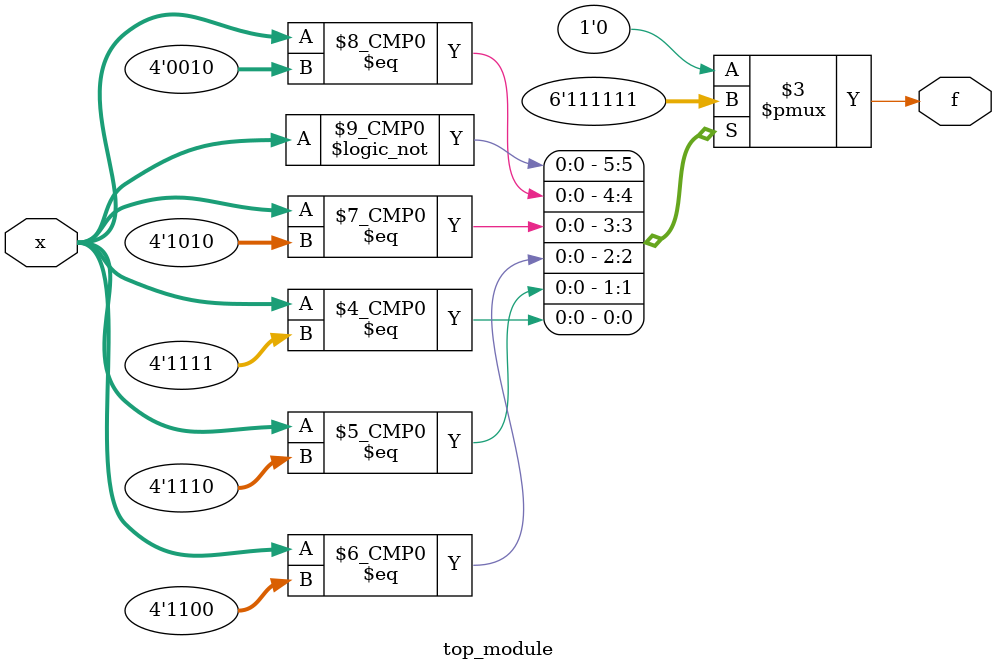
<source format=sv>
module top_module (
    input [4:1] x,
    output logic f
);

always_comb begin
    case (x)
        4'b0000: f = 1'b1;
        4'b0010: f = 1'b1;
        4'b1010: f = 1'b1;
        4'b1100: f = 1'b1;
        4'b1110: f = 1'b1;
        4'b1111: f = 1'b1;
        default: f = 1'b0;
    endcase
end

endmodule

</source>
